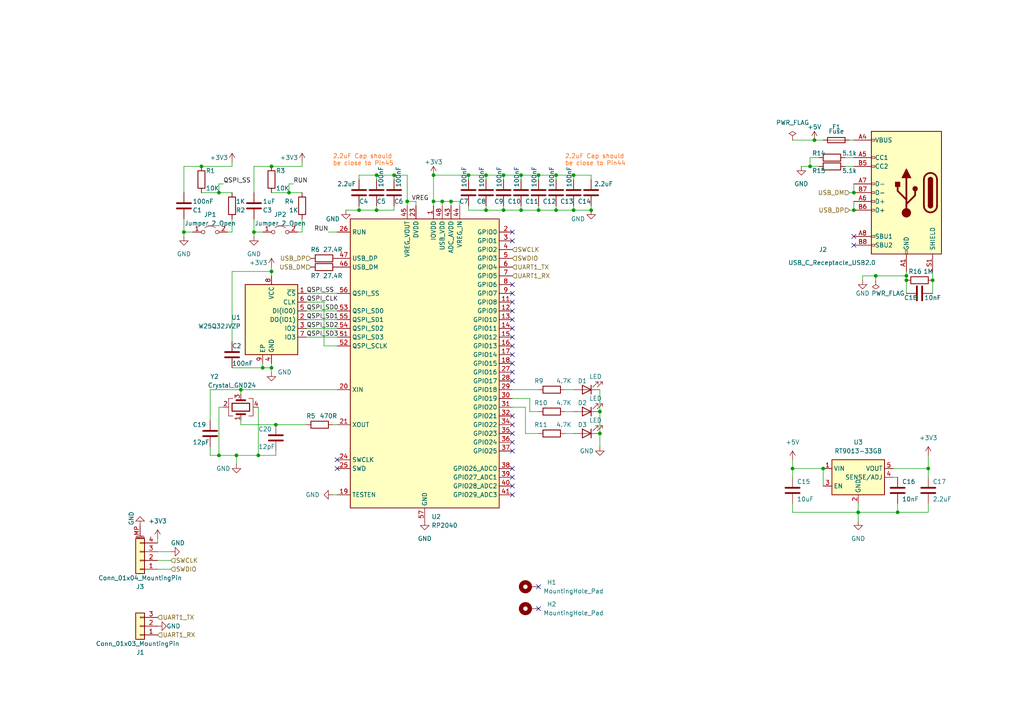
<source format=kicad_sch>
(kicad_sch (version 20230121) (generator eeschema)
  (paper "A4")
  (lib_symbols
    (symbol "Connector:USB_C_Receptacle_USB2.0" (pin_names (offset 1.016))
      (property "Reference" "J" (at -10.16 19.05 0))
      (property "Value" "USB_C_Receptacle_USB2.0" (at 19.05 19.05 0))
      (symbol "USB_C_Receptacle_USB2.0_0_0"
        (rectangle (start -0.254 -17.78) (end 0.254 -16.764))
        (rectangle (start 10.16 -14.986) (end 9.144 -15.494))
        (rectangle (start 10.16 -12.446) (end 9.144 -12.954))
        (rectangle (start 10.16 -4.826) (end 9.144 -5.334))
        (rectangle (start 10.16 -2.286) (end 9.144 -2.794))
        (rectangle (start 10.16 0.254) (end 9.144 -0.254))
        (rectangle (start 10.16 2.794) (end 9.144 2.286))
        (rectangle (start 10.16 7.874) (end 9.144 7.366))
        (rectangle (start 10.16 10.414) (end 9.144 9.906))
        (rectangle (start 10.16 15.494) (end 9.144 14.986))
      )
      (symbol "USB_C_Receptacle_USB2.0_0_1"
        (rectangle (start -10.16 17.78) (end 10.16 -17.78) (stroke (width 0.254)) (fill (type background)))
        (arc (start -8.89 -3.81) (mid -6.985 -5.7067) (end -5.08 -3.81) (stroke (width 0.508)))
        (arc (start -7.62 -3.81) (mid -6.985 -4.4423) (end -6.35 -3.81) (stroke (width 0.254)))
        (arc (start -7.62 -3.81) (mid -6.985 -4.4423) (end -6.35 -3.81) (stroke (width 0.254)) (fill (type outline)))
        (rectangle (start -7.62 -3.81) (end -6.35 3.81) (stroke (width 0.254)) (fill (type outline)))
        (arc (start -6.35 3.81) (mid -6.985 4.4423) (end -7.62 3.81) (stroke (width 0.254)))
        (arc (start -6.35 3.81) (mid -6.985 4.4423) (end -7.62 3.81) (stroke (width 0.254)) (fill (type outline)))
        (arc (start -5.08 3.81) (mid -6.985 5.7067) (end -8.89 3.81) (stroke (width 0.508)))
        (circle (center -2.54 1.143) (radius 0.635) (stroke (width 0.254)) (fill (type outline)))
        (circle (center 0 -5.842) (radius 1.27) (fill (type outline)))
        (polyline (pts (xy -8.89 -3.81) (xy -8.89 3.81)) (stroke (width 0.508)))
        (polyline (pts (xy -5.08 3.81) (xy -5.08 -3.81)) (stroke (width 0.508)))
        (polyline (pts (xy 0 -5.842) (xy 0 4.318)) (stroke (width 0.508)))
        (polyline (pts (xy 0 -3.302) (xy -2.54 -0.762) (xy -2.54 0.508)) (stroke (width 0.508)))
        (polyline (pts (xy 0 -2.032) (xy 2.54 0.508) (xy 2.54 1.778)) (stroke (width 0.508)))
        (polyline (pts (xy -1.27 4.318) (xy 0 6.858) (xy 1.27 4.318) (xy -1.27 4.318)) (stroke (width 0.254)) (fill (type outline)))
        (rectangle (start 1.905 1.778) (end 3.175 3.048) (stroke (width 0.254)) (fill (type outline)))
      )
      (symbol "USB_C_Receptacle_USB2.0_1_1"
        (pin passive line (at 0 -22.86 90) (length 5.08) (name "GND") (number "A1"))
        (pin passive line (at 0 -22.86 90) (length 5.08) hide (name "GND") (number "A12"))
        (pin passive line (at 15.24 15.24 180) (length 5.08) (name "VBUS") (number "A4"))
        (pin bidirectional line (at 15.24 10.16 180) (length 5.08) (name "CC1") (number "A5"))
        (pin bidirectional line (at 15.24 -2.54 180) (length 5.08) (name "D+") (number "A6"))
        (pin bidirectional line (at 15.24 2.54 180) (length 5.08) (name "D-") (number "A7"))
        (pin bidirectional line (at 15.24 -12.7 180) (length 5.08) (name "SBU1") (number "A8"))
        (pin passive line (at 15.24 15.24 180) (length 5.08) hide (name "VBUS") (number "A9"))
        (pin passive line (at 0 -22.86 90) (length 5.08) hide (name "GND") (number "B1"))
        (pin passive line (at 0 -22.86 90) (length 5.08) hide (name "GND") (number "B12"))
        (pin passive line (at 15.24 15.24 180) (length 5.08) hide (name "VBUS") (number "B4"))
        (pin bidirectional line (at 15.24 7.62 180) (length 5.08) (name "CC2") (number "B5"))
        (pin bidirectional line (at 15.24 -5.08 180) (length 5.08) (name "D+") (number "B6"))
        (pin bidirectional line (at 15.24 0 180) (length 5.08) (name "D-") (number "B7"))
        (pin bidirectional line (at 15.24 -15.24 180) (length 5.08) (name "SBU2") (number "B8"))
        (pin passive line (at 15.24 15.24 180) (length 5.08) hide (name "VBUS") (number "B9"))
        (pin passive line (at -7.62 -22.86 90) (length 5.08) (name "SHIELD") (number "S1"))
      )
    )
    (symbol "Connector_Generic:Conn_01x03" (pin_names (offset 1.016) hide)
      (property "Reference" "J" (at 0 5.08 0))
      (property "Value" "Conn_01x03" (at 0 -5.08 0))
      (symbol "Conn_01x03_1_1"
        (rectangle (start -1.27 -2.413) (end 0 -2.667) (stroke (width 0.1524)))
        (rectangle (start -1.27 0.127) (end 0 -0.127) (stroke (width 0.1524)))
        (rectangle (start -1.27 2.667) (end 0 2.413) (stroke (width 0.1524)))
        (rectangle (start -1.27 3.81) (end 1.27 -3.81) (stroke (width 0.254)) (fill (type background)))
        (pin passive line (at -5.08 2.54 0) (length 3.81) (name "Pin_1") (number "1"))
        (pin passive line (at -5.08 0 0) (length 3.81) (name "Pin_2") (number "2"))
        (pin passive line (at -5.08 -2.54 0) (length 3.81) (name "Pin_3") (number "3"))
      )
    )
    (symbol "Connector_Generic_MountingPin:Conn_01x04_MountingPin" (pin_names (offset 1.016) hide)
      (property "Reference" "J" (at 0 5.08 0))
      (property "Value" "Conn_01x04_MountingPin" (at 1.27 -7.62 0))
      (symbol "Conn_01x04_MountingPin_1_1"
        (rectangle (start -1.27 -4.953) (end 0 -5.207) (stroke (width 0.1524)))
        (rectangle (start -1.27 -2.413) (end 0 -2.667) (stroke (width 0.1524)))
        (rectangle (start -1.27 0.127) (end 0 -0.127) (stroke (width 0.1524)))
        (rectangle (start -1.27 2.667) (end 0 2.413) (stroke (width 0.1524)))
        (rectangle (start -1.27 3.81) (end 1.27 -6.35) (stroke (width 0.254)) (fill (type background)))
        (polyline (pts (xy -1.016 -7.112) (xy 1.016 -7.112)) (stroke (width 0.1524)))
        (text "Mounting" (at 0 -6.731 0) (effects (font (size 0.381 0.381))))
        (pin passive line (at -5.08 2.54 0) (length 3.81) (name "Pin_1") (number "1"))
        (pin passive line (at -5.08 0 0) (length 3.81) (name "Pin_2") (number "2"))
        (pin passive line (at -5.08 -2.54 0) (length 3.81) (name "Pin_3") (number "3"))
        (pin passive line (at -5.08 -5.08 0) (length 3.81) (name "Pin_4") (number "4"))
        (pin passive line (at 0 -10.16 90) (length 3.048) (name "MountPin") (number "MP"))
      )
    )
    (symbol "Device:C" (pin_numbers hide) (pin_names (offset 0.254))
      (property "Reference" "C" (at 0.635 2.54 0))
      (property "Value" "C" (at 0.635 -2.54 0))
      (symbol "C_0_1"
        (polyline (pts (xy -2.032 -0.762) (xy 2.032 -0.762)) (stroke (width 0.508)))
        (polyline (pts (xy -2.032 0.762) (xy 2.032 0.762)) (stroke (width 0.508)))
      )
      (symbol "C_1_1"
        (pin passive line (at 0 3.81 270) (length 2.794) (name "~") (number "1"))
        (pin passive line (at 0 -3.81 90) (length 2.794) (name "~") (number "2"))
      )
    )
    (symbol "Device:Crystal_GND24" (pin_names (offset 1.016) hide)
      (property "Reference" "Y" (at 3.175 5.08 0))
      (property "Value" "Crystal_GND24" (at 3.175 3.175 0))
      (symbol "Crystal_GND24_0_1"
        (rectangle (start -1.143 2.54) (end 1.143 -2.54) (stroke (width 0.3048)))
        (polyline (pts (xy -2.54 0) (xy -2.032 0)))
        (polyline (pts (xy -2.032 -1.27) (xy -2.032 1.27)) (stroke (width 0.508)))
        (polyline (pts (xy 0 -3.81) (xy 0 -3.556)))
        (polyline (pts (xy 0 3.556) (xy 0 3.81)))
        (polyline (pts (xy 2.032 -1.27) (xy 2.032 1.27)) (stroke (width 0.508)))
        (polyline (pts (xy 2.032 0) (xy 2.54 0)))
        (polyline (pts (xy -2.54 -2.286) (xy -2.54 -3.556) (xy 2.54 -3.556) (xy 2.54 -2.286)))
        (polyline (pts (xy -2.54 2.286) (xy -2.54 3.556) (xy 2.54 3.556) (xy 2.54 2.286)))
      )
      (symbol "Crystal_GND24_1_1"
        (pin passive line (at -3.81 0 0) (length 1.27) (name "1") (number "1"))
        (pin passive line (at 0 5.08 270) (length 1.27) (name "2") (number "2"))
        (pin passive line (at 3.81 0 180) (length 1.27) (name "3") (number "3"))
        (pin passive line (at 0 -5.08 90) (length 1.27) (name "4") (number "4"))
      )
    )
    (symbol "Device:Fuse" (pin_numbers hide) (pin_names (offset 0))
      (property "Reference" "F" (at 2.032 0 90))
      (property "Value" "Fuse" (at -1.905 0 90))
      (symbol "Fuse_0_1"
        (rectangle (start -0.762 -2.54) (end 0.762 2.54) (stroke (width 0.254)))
        (polyline (pts (xy 0 2.54) (xy 0 -2.54)))
      )
      (symbol "Fuse_1_1"
        (pin passive line (at 0 3.81 270) (length 1.27) (name "~") (number "1"))
        (pin passive line (at 0 -3.81 90) (length 1.27) (name "~") (number "2"))
      )
    )
    (symbol "Device:LED" (pin_numbers hide) (pin_names (offset 1.016) hide)
      (property "Reference" "D" (at 0 2.54 0))
      (property "Value" "LED" (at 0 -2.54 0))
      (symbol "LED_0_1"
        (polyline (pts (xy -1.27 -1.27) (xy -1.27 1.27)) (stroke (width 0.254)))
        (polyline (pts (xy -1.27 0) (xy 1.27 0)))
        (polyline (pts (xy 1.27 -1.27) (xy 1.27 1.27) (xy -1.27 0) (xy 1.27 -1.27)) (stroke (width 0.254)))
        (polyline (pts (xy -3.048 -0.762) (xy -4.572 -2.286) (xy -3.81 -2.286) (xy -4.572 -2.286) (xy -4.572 -1.524)))
        (polyline (pts (xy -1.778 -0.762) (xy -3.302 -2.286) (xy -2.54 -2.286) (xy -3.302 -2.286) (xy -3.302 -1.524)))
      )
      (symbol "LED_1_1"
        (pin passive line (at -3.81 0 0) (length 2.54) (name "K") (number "1"))
        (pin passive line (at 3.81 0 180) (length 2.54) (name "A") (number "2"))
      )
    )
    (symbol "Device:R" (pin_numbers hide) (pin_names (offset 0))
      (property "Reference" "R" (at 2.032 0 90))
      (property "Value" "R" (at 0 0 90))
      (symbol "R_0_1"
        (rectangle (start -1.016 -2.54) (end 1.016 2.54) (stroke (width 0.254)))
      )
      (symbol "R_1_1"
        (pin passive line (at 0 3.81 270) (length 1.27) (name "~") (number "1"))
        (pin passive line (at 0 -3.81 90) (length 1.27) (name "~") (number "2"))
      )
    )
    (symbol "Jumper:Jumper_2_Open" (pin_names (offset 0) hide)
      (property "Reference" "JP" (at 0 2.794 0))
      (property "Value" "Jumper_2_Open" (at 0 -2.286 0))
      (symbol "Jumper_2_Open_0_0"
        (circle (center -2.032 0) (radius 0.508))
        (circle (center 2.032 0) (radius 0.508))
      )
      (symbol "Jumper_2_Open_0_1"
        (arc (start 1.524 1.27) (mid 0 1.778) (end -1.524 1.27))
      )
      (symbol "Jumper_2_Open_1_1"
        (pin passive line (at -5.08 0 0) (length 2.54) (name "A") (number "1"))
        (pin passive line (at 5.08 0 180) (length 2.54) (name "B") (number "2"))
      )
    )
    (symbol "MCU_RaspberryPi:RP2040"
      (property "Reference" "U" (at 17.78 45.72 0))
      (property "Value" "RP2040" (at 17.78 43.18 0))
      (symbol "RP2040_0_1"
        (rectangle (start -21.59 41.91) (end 21.59 -41.91) (stroke (width 0.254)) (fill (type background)))
      )
      (symbol "RP2040_1_1"
        (pin power_in line (at 2.54 45.72 270) (length 3.81) (name "IOVDD") (number "1"))
        (pin passive line (at 2.54 45.72 270) (length 3.81) hide (name "IOVDD") (number "10"))
        (pin bidirectional line (at 25.4 17.78 180) (length 3.81) (name "GPIO8") (number "11"))
        (pin bidirectional line (at 25.4 15.24 180) (length 3.81) (name "GPIO9") (number "12"))
        (pin bidirectional line (at 25.4 12.7 180) (length 3.81) (name "GPIO10") (number "13"))
        (pin bidirectional line (at 25.4 10.16 180) (length 3.81) (name "GPIO11") (number "14"))
        (pin bidirectional line (at 25.4 7.62 180) (length 3.81) (name "GPIO12") (number "15"))
        (pin bidirectional line (at 25.4 5.08 180) (length 3.81) (name "GPIO13") (number "16"))
        (pin bidirectional line (at 25.4 2.54 180) (length 3.81) (name "GPIO14") (number "17"))
        (pin bidirectional line (at 25.4 0 180) (length 3.81) (name "GPIO15") (number "18"))
        (pin input line (at -25.4 -38.1 0) (length 3.81) (name "TESTEN") (number "19"))
        (pin bidirectional line (at 25.4 38.1 180) (length 3.81) (name "GPIO0") (number "2"))
        (pin input line (at -25.4 -7.62 0) (length 3.81) (name "XIN") (number "20"))
        (pin passive line (at -25.4 -17.78 0) (length 3.81) (name "XOUT") (number "21"))
        (pin passive line (at 2.54 45.72 270) (length 3.81) hide (name "IOVDD") (number "22"))
        (pin power_in line (at -2.54 45.72 270) (length 3.81) (name "DVDD") (number "23"))
        (pin output line (at -25.4 -27.94 0) (length 3.81) (name "SWCLK") (number "24"))
        (pin bidirectional line (at -25.4 -30.48 0) (length 3.81) (name "SWD") (number "25"))
        (pin input line (at -25.4 38.1 0) (length 3.81) (name "RUN") (number "26"))
        (pin bidirectional line (at 25.4 -2.54 180) (length 3.81) (name "GPIO16") (number "27"))
        (pin bidirectional line (at 25.4 -5.08 180) (length 3.81) (name "GPIO17") (number "28"))
        (pin bidirectional line (at 25.4 -7.62 180) (length 3.81) (name "GPIO18") (number "29"))
        (pin bidirectional line (at 25.4 35.56 180) (length 3.81) (name "GPIO1") (number "3"))
        (pin bidirectional line (at 25.4 -10.16 180) (length 3.81) (name "GPIO19") (number "30"))
        (pin bidirectional line (at 25.4 -12.7 180) (length 3.81) (name "GPIO20") (number "31"))
        (pin bidirectional line (at 25.4 -15.24 180) (length 3.81) (name "GPIO21") (number "32"))
        (pin passive line (at 2.54 45.72 270) (length 3.81) hide (name "IOVDD") (number "33"))
        (pin bidirectional line (at 25.4 -17.78 180) (length 3.81) (name "GPIO22") (number "34"))
        (pin bidirectional line (at 25.4 -20.32 180) (length 3.81) (name "GPIO23") (number "35"))
        (pin bidirectional line (at 25.4 -22.86 180) (length 3.81) (name "GPIO24") (number "36"))
        (pin bidirectional line (at 25.4 -25.4 180) (length 3.81) (name "GPIO25") (number "37"))
        (pin bidirectional line (at 25.4 -30.48 180) (length 3.81) (name "GPIO26_ADC0") (number "38"))
        (pin bidirectional line (at 25.4 -33.02 180) (length 3.81) (name "GPIO27_ADC1") (number "39"))
        (pin bidirectional line (at 25.4 33.02 180) (length 3.81) (name "GPIO2") (number "4"))
        (pin bidirectional line (at 25.4 -35.56 180) (length 3.81) (name "GPIO28_ADC2") (number "40"))
        (pin bidirectional line (at 25.4 -38.1 180) (length 3.81) (name "GPIO29_ADC3") (number "41"))
        (pin passive line (at 2.54 45.72 270) (length 3.81) hide (name "IOVDD") (number "42"))
        (pin power_in line (at 7.62 45.72 270) (length 3.81) (name "ADC_AVDD") (number "43"))
        (pin power_in line (at 10.16 45.72 270) (length 3.81) (name "VREG_IN") (number "44"))
        (pin power_out line (at -5.08 45.72 270) (length 3.81) (name "VREG_VOUT") (number "45"))
        (pin bidirectional line (at -25.4 27.94 0) (length 3.81) (name "USB_DM") (number "46"))
        (pin bidirectional line (at -25.4 30.48 0) (length 3.81) (name "USB_DP") (number "47"))
        (pin power_in line (at 5.08 45.72 270) (length 3.81) (name "USB_VDD") (number "48"))
        (pin passive line (at 2.54 45.72 270) (length 3.81) hide (name "IOVDD") (number "49"))
        (pin bidirectional line (at 25.4 30.48 180) (length 3.81) (name "GPIO3") (number "5"))
        (pin passive line (at -2.54 45.72 270) (length 3.81) hide (name "DVDD") (number "50"))
        (pin bidirectional line (at -25.4 7.62 0) (length 3.81) (name "QSPI_SD3") (number "51"))
        (pin output line (at -25.4 5.08 0) (length 3.81) (name "QSPI_SCLK") (number "52"))
        (pin bidirectional line (at -25.4 15.24 0) (length 3.81) (name "QSPI_SD0") (number "53"))
        (pin bidirectional line (at -25.4 10.16 0) (length 3.81) (name "QSPI_SD2") (number "54"))
        (pin bidirectional line (at -25.4 12.7 0) (length 3.81) (name "QSPI_SD1") (number "55"))
        (pin bidirectional line (at -25.4 20.32 0) (length 3.81) (name "QSPI_SS") (number "56"))
        (pin power_in line (at 0 -45.72 90) (length 3.81) (name "GND") (number "57"))
        (pin bidirectional line (at 25.4 27.94 180) (length 3.81) (name "GPIO4") (number "6"))
        (pin bidirectional line (at 25.4 25.4 180) (length 3.81) (name "GPIO5") (number "7"))
        (pin bidirectional line (at 25.4 22.86 180) (length 3.81) (name "GPIO6") (number "8"))
        (pin bidirectional line (at 25.4 20.32 180) (length 3.81) (name "GPIO7") (number "9"))
      )
    )
    (symbol "Mechanical:MountingHole_Pad" (pin_numbers hide) (pin_names (offset 1.016) hide)
      (property "Reference" "H" (at 0 6.35 0))
      (property "Value" "MountingHole_Pad" (at 0 4.445 0))
      (symbol "MountingHole_Pad_0_1"
        (circle (center 0 1.27) (radius 1.27) (stroke (width 1.27)))
      )
      (symbol "MountingHole_Pad_1_1"
        (pin input line (at 0 -2.54 90) (length 2.54) (name "1") (number "1"))
      )
    )
    (symbol "Memory_Flash:W25Q32JVZP"
      (property "Reference" "U" (at -6.35 11.43 0))
      (property "Value" "W25Q32JVZP" (at 7.62 11.43 0))
      (symbol "W25Q32JVZP_0_1"
        (rectangle (start -7.62 10.16) (end 7.62 -10.16) (stroke (width 0.254)) (fill (type background)))
      )
      (symbol "W25Q32JVZP_1_1"
        (pin input line (at -10.16 7.62 0) (length 2.54) (name "~{CS}") (number "1"))
        (pin bidirectional line (at -10.16 0 0) (length 2.54) (name "DO(IO1)") (number "2"))
        (pin bidirectional line (at -10.16 -2.54 0) (length 2.54) (name "IO2") (number "3"))
        (pin power_in line (at 0 -12.7 90) (length 2.54) (name "GND") (number "4"))
        (pin bidirectional line (at -10.16 2.54 0) (length 2.54) (name "DI(IO0)") (number "5"))
        (pin input line (at -10.16 5.08 0) (length 2.54) (name "CLK") (number "6"))
        (pin bidirectional line (at -10.16 -5.08 0) (length 2.54) (name "IO3") (number "7"))
        (pin power_in line (at 0 12.7 270) (length 2.54) (name "VCC") (number "8"))
        (pin passive line (at 2.54 -12.7 90) (length 2.54) (name "EP") (number "9"))
      )
    )
    (symbol "Regulator_Linear:ADP7142AUJZ-3.3"
      (property "Reference" "U" (at 0 8.89 0))
      (property "Value" "ADP7142AUJZ-3.3" (at 0 6.35 0))
      (symbol "ADP7142AUJZ-3.3_0_1"
        (rectangle (start -7.62 5.08) (end 7.62 -5.08) (stroke (width 0.254)) (fill (type background)))
      )
      (symbol "ADP7142AUJZ-3.3_1_1"
        (pin power_in line (at -10.16 2.54 0) (length 2.54) (name "VIN") (number "1"))
        (pin power_in line (at 0 -7.62 90) (length 2.54) (name "GND") (number "2"))
        (pin input line (at -10.16 -2.54 0) (length 2.54) (name "EN") (number "3"))
        (pin input line (at 10.16 0 180) (length 2.54) (name "SENSE/ADJ") (number "4"))
        (pin power_out line (at 10.16 2.54 180) (length 2.54) (name "VOUT") (number "5"))
      )
    )
    (symbol "power:+3V3" (power) (pin_names (offset 0))
      (property "Value" "+3V3" (at 0 3.556 0))
      (symbol "+3V3_0_1"
        (polyline (pts (xy -0.762 1.27) (xy 0 2.54)))
        (polyline (pts (xy 0 0) (xy 0 2.54)))
        (polyline (pts (xy 0 2.54) (xy 0.762 1.27)))
      )
      (symbol "+3V3_1_1"
        (pin power_in line (at 0 0 90) (length 0) hide (name "+3V3") (number "1"))
      )
    )
    (symbol "power:+5V" (power) (pin_names (offset 0))
      (property "Value" "+5V" (at 0 3.556 0))
      (symbol "+5V_0_1"
        (polyline (pts (xy -0.762 1.27) (xy 0 2.54)))
        (polyline (pts (xy 0 0) (xy 0 2.54)))
        (polyline (pts (xy 0 2.54) (xy 0.762 1.27)))
      )
      (symbol "+5V_1_1"
        (pin power_in line (at 0 0 90) (length 0) hide (name "+5V") (number "1"))
      )
    )
    (symbol "power:GND" (power) (pin_names (offset 0))
      (property "Value" "GND" (at 0 -3.81 0))
      (symbol "GND_0_1"
        (polyline (pts (xy 0 0) (xy 0 -1.27) (xy 1.27 -1.27) (xy 0 -2.54) (xy -1.27 -1.27) (xy 0 -1.27)))
      )
      (symbol "GND_1_1"
        (pin power_in line (at 0 0 270) (length 0) hide (name "GND") (number "1"))
      )
    )
    (symbol "power:PWR_FLAG" (power) (pin_numbers hide) (pin_names (offset 0) hide)
      (property "Value" "PWR_FLAG" (at 0 3.81 0))
      (symbol "PWR_FLAG_0_0"
        (pin power_out line (at 0 0 90) (length 0) (name "pwr") (number "1"))
      )
      (symbol "PWR_FLAG_0_1"
        (polyline (pts (xy 0 0) (xy 0 1.27) (xy -1.016 1.905) (xy 0 2.54) (xy 1.016 1.905) (xy 0 1.27)))
      )
    )
  )
  (junction (at 78.74 106.68))
  (junction (at 109.22 50.8))
  (junction (at 173.99 119.38))
  (junction (at 260.35 148.59))
  (junction (at 74.93 132.08))
  (junction (at 166.37 60.96))
  (junction (at 254 80.01))
  (junction (at 114.3 50.8))
  (junction (at 173.99 125.73))
  (junction (at 73.66 67.31))
  (junction (at 128.27 58.42))
  (junction (at 83.82 55.88))
  (junction (at 236.22 40.64))
  (junction (at 125.73 58.42))
  (junction (at 58.42 48.26))
  (junction (at 140.97 60.96))
  (junction (at 146.05 50.8))
  (junction (at 270.51 81.28))
  (junction (at 262.89 81.28))
  (junction (at 118.11 58.42))
  (junction (at 63.5 55.88))
  (junction (at 146.05 60.96))
  (junction (at 80.01 123.19))
  (junction (at 78.74 78.74))
  (junction (at 53.34 67.31))
  (junction (at 63.5 132.08))
  (junction (at 130.81 58.42))
  (junction (at 247.65 55.88))
  (junction (at 262.89 80.01))
  (junction (at 151.13 50.8))
  (junction (at 171.45 60.96))
  (junction (at 269.24 135.89))
  (junction (at 78.74 48.26))
  (junction (at 161.29 60.96))
  (junction (at 135.89 50.8))
  (junction (at 161.29 50.8))
  (junction (at 156.21 60.96))
  (junction (at 151.13 60.96))
  (junction (at 238.76 135.89))
  (junction (at 229.87 135.89))
  (junction (at 69.85 113.03))
  (junction (at 104.14 60.96))
  (junction (at 248.92 148.59))
  (junction (at 109.22 60.96))
  (junction (at 247.65 60.96))
  (junction (at 68.58 132.08))
  (junction (at 140.97 50.8))
  (junction (at 125.73 50.8))
  (junction (at 166.37 50.8))
  (junction (at 76.2 106.68))
  (junction (at 234.95 48.26))
  (junction (at 156.21 50.8))
  (no_connect (at 148.59 100.33))
  (no_connect (at 148.59 135.89))
  (no_connect (at 148.59 130.81))
  (no_connect (at 148.59 110.49))
  (no_connect (at 247.65 68.58))
  (no_connect (at 148.59 138.43))
  (no_connect (at 148.59 125.73))
  (no_connect (at 148.59 69.85))
  (no_connect (at 148.59 97.79))
  (no_connect (at 247.65 71.12))
  (no_connect (at 148.59 102.87))
  (no_connect (at 97.79 135.89))
  (no_connect (at 148.59 107.95))
  (no_connect (at 156.21 176.53))
  (no_connect (at 156.21 170.18))
  (no_connect (at 148.59 82.55))
  (no_connect (at 148.59 105.41))
  (no_connect (at 148.59 140.97))
  (no_connect (at 97.79 133.35))
  (no_connect (at 148.59 87.63))
  (no_connect (at 148.59 67.31))
  (no_connect (at 148.59 90.17))
  (no_connect (at 148.59 123.19))
  (no_connect (at 148.59 92.71))
  (no_connect (at 148.59 120.65))
  (no_connect (at 148.59 128.27))
  (no_connect (at 148.59 143.51))
  (no_connect (at 148.59 85.09))
  (no_connect (at 148.59 95.25))
  (wire (pts (xy 58.42 55.88) (xy 63.5 55.88)))
  (wire (pts (xy 148.59 113.03) (xy 156.21 113.03)))
  (wire (pts (xy 67.31 78.74) (xy 78.74 78.74)))
  (wire (pts (xy 69.85 113.03) (xy 97.79 113.03)))
  (wire (pts (xy 74.93 132.08) (xy 80.01 132.08)))
  (wire (pts (xy 73.66 63.5) (xy 73.66 67.31)))
  (wire (pts (xy 269.24 135.89) (xy 269.24 138.43)))
  (wire (pts (xy 73.66 55.88) (xy 73.66 48.26)))
  (wire (pts (xy 69.85 123.19) (xy 80.01 123.19)))
  (wire (pts (xy 74.93 118.11) (xy 74.93 132.08)))
  (wire (pts (xy 229.87 148.59) (xy 248.92 148.59)))
  (wire (pts (xy 229.87 138.43) (xy 229.87 135.89)))
  (wire (pts (xy 248.92 151.13) (xy 248.92 148.59)))
  (wire (pts (xy 156.21 59.69) (xy 156.21 60.96)))
  (wire (pts (xy 45.72 156.21) (xy 45.72 157.48)))
  (wire (pts (xy 58.42 48.26) (xy 67.31 48.26)))
  (wire (pts (xy 262.89 80.01) (xy 262.89 81.28)))
  (wire (pts (xy 49.53 160.02) (xy 45.72 160.02)))
  (wire (pts (xy 93.98 100.33) (xy 97.79 100.33)))
  (wire (pts (xy 73.66 48.26) (xy 78.74 48.26)))
  (wire (pts (xy 114.3 50.8) (xy 114.3 52.07)))
  (wire (pts (xy 262.89 78.74) (xy 262.89 80.01)))
  (wire (pts (xy 60.96 121.92) (xy 60.96 113.03)))
  (wire (pts (xy 161.29 59.69) (xy 161.29 60.96)))
  (wire (pts (xy 114.3 50.8) (xy 118.11 50.8)))
  (wire (pts (xy 93.98 87.63) (xy 93.98 100.33)))
  (wire (pts (xy 76.2 67.31) (xy 73.66 67.31)))
  (wire (pts (xy 95.25 67.31) (xy 97.79 67.31)))
  (wire (pts (xy 166.37 50.8) (xy 161.29 50.8)))
  (wire (pts (xy 63.5 55.88) (xy 67.31 55.88)))
  (wire (pts (xy 88.9 85.09) (xy 97.79 85.09)))
  (wire (pts (xy 269.24 132.08) (xy 269.24 135.89)))
  (wire (pts (xy 148.59 115.57) (xy 153.67 115.57)))
  (wire (pts (xy 254 80.01) (xy 250.19 80.01)))
  (wire (pts (xy 69.85 114.3) (xy 69.85 113.03)))
  (wire (pts (xy 73.66 67.31) (xy 73.66 68.58)))
  (wire (pts (xy 237.49 45.72) (xy 234.95 45.72)))
  (wire (pts (xy 125.73 58.42) (xy 125.73 59.69)))
  (wire (pts (xy 173.99 119.38) (xy 173.99 125.73)))
  (wire (pts (xy 171.45 52.07) (xy 171.45 50.8)))
  (wire (pts (xy 67.31 46.99) (xy 67.31 48.26)))
  (wire (pts (xy 146.05 50.8) (xy 146.05 52.07)))
  (wire (pts (xy 146.05 60.96) (xy 151.13 60.96)))
  (wire (pts (xy 238.76 135.89) (xy 238.76 140.97)))
  (wire (pts (xy 109.22 59.69) (xy 109.22 60.96)))
  (wire (pts (xy 130.81 58.42) (xy 128.27 58.42)))
  (wire (pts (xy 135.89 50.8) (xy 135.89 52.07)))
  (wire (pts (xy 78.74 78.74) (xy 78.74 80.01)))
  (wire (pts (xy 133.35 58.42) (xy 133.35 59.69)))
  (wire (pts (xy 67.31 67.31) (xy 66.04 67.31)))
  (wire (pts (xy 78.74 77.47) (xy 78.74 78.74)))
  (wire (pts (xy 151.13 50.8) (xy 156.21 50.8)))
  (wire (pts (xy 60.96 132.08) (xy 63.5 132.08)))
  (wire (pts (xy 53.34 63.5) (xy 53.34 67.31)))
  (wire (pts (xy 229.87 40.64) (xy 236.22 40.64)))
  (wire (pts (xy 78.74 55.88) (xy 83.82 55.88)))
  (wire (pts (xy 128.27 58.42) (xy 128.27 59.69)))
  (wire (pts (xy 88.9 97.79) (xy 97.79 97.79)))
  (wire (pts (xy 262.89 80.01) (xy 254 80.01)))
  (wire (pts (xy 262.89 81.28) (xy 262.89 85.09)))
  (wire (pts (xy 63.5 53.34) (xy 63.5 55.88)))
  (wire (pts (xy 234.95 48.26) (xy 237.49 48.26)))
  (wire (pts (xy 260.35 148.59) (xy 269.24 148.59)))
  (wire (pts (xy 232.41 48.26) (xy 234.95 48.26)))
  (wire (pts (xy 135.89 60.96) (xy 135.89 59.69)))
  (wire (pts (xy 152.4 118.11) (xy 148.59 118.11)))
  (wire (pts (xy 156.21 50.8) (xy 156.21 52.07)))
  (wire (pts (xy 163.83 125.73) (xy 166.37 125.73)))
  (wire (pts (xy 80.01 123.19) (xy 88.9 123.19)))
  (wire (pts (xy 163.83 113.03) (xy 166.37 113.03)))
  (wire (pts (xy 166.37 60.96) (xy 161.29 60.96)))
  (wire (pts (xy 96.52 123.19) (xy 97.79 123.19)))
  (wire (pts (xy 55.88 67.31) (xy 53.34 67.31)))
  (wire (pts (xy 104.14 50.8) (xy 109.22 50.8)))
  (wire (pts (xy 140.97 60.96) (xy 140.97 59.69)))
  (wire (pts (xy 166.37 52.07) (xy 166.37 50.8)))
  (wire (pts (xy 250.19 80.01) (xy 250.19 81.28)))
  (wire (pts (xy 146.05 50.8) (xy 151.13 50.8)))
  (wire (pts (xy 270.51 81.28) (xy 270.51 85.09)))
  (wire (pts (xy 78.74 107.95) (xy 78.74 106.68)))
  (wire (pts (xy 246.38 55.88) (xy 247.65 55.88)))
  (wire (pts (xy 133.35 58.42) (xy 130.81 58.42)))
  (wire (pts (xy 163.83 119.38) (xy 166.37 119.38)))
  (wire (pts (xy 53.34 55.88) (xy 53.34 48.26)))
  (wire (pts (xy 88.9 95.25) (xy 97.79 95.25)))
  (wire (pts (xy 64.77 53.34) (xy 63.5 53.34)))
  (wire (pts (xy 229.87 146.05) (xy 229.87 148.59)))
  (wire (pts (xy 87.63 46.99) (xy 87.63 48.26)))
  (wire (pts (xy 88.9 90.17) (xy 97.79 90.17)))
  (wire (pts (xy 269.24 146.05) (xy 269.24 148.59)))
  (wire (pts (xy 85.09 53.34) (xy 83.82 53.34)))
  (wire (pts (xy 109.22 50.8) (xy 114.3 50.8)))
  (wire (pts (xy 120.65 59.69) (xy 120.65 58.42)))
  (wire (pts (xy 128.27 58.42) (xy 125.73 58.42)))
  (wire (pts (xy 76.2 106.68) (xy 78.74 106.68)))
  (wire (pts (xy 104.14 52.07) (xy 104.14 50.8)))
  (wire (pts (xy 254 81.28) (xy 254 80.01)))
  (wire (pts (xy 151.13 60.96) (xy 156.21 60.96)))
  (wire (pts (xy 49.53 162.56) (xy 45.72 162.56)))
  (wire (pts (xy 53.34 67.31) (xy 53.34 68.58)))
  (wire (pts (xy 87.63 63.5) (xy 87.63 67.31)))
  (wire (pts (xy 156.21 50.8) (xy 161.29 50.8)))
  (wire (pts (xy 151.13 59.69) (xy 151.13 60.96)))
  (wire (pts (xy 87.63 67.31) (xy 86.36 67.31)))
  (wire (pts (xy 69.85 121.92) (xy 69.85 123.19)))
  (wire (pts (xy 245.11 48.26) (xy 247.65 48.26)))
  (wire (pts (xy 152.4 125.73) (xy 152.4 118.11)))
  (wire (pts (xy 166.37 59.69) (xy 166.37 60.96)))
  (wire (pts (xy 78.74 48.26) (xy 87.63 48.26)))
  (wire (pts (xy 114.3 60.96) (xy 114.3 59.69)))
  (wire (pts (xy 53.34 48.26) (xy 58.42 48.26)))
  (wire (pts (xy 125.73 50.8) (xy 125.73 58.42)))
  (wire (pts (xy 120.65 58.42) (xy 118.11 58.42)))
  (wire (pts (xy 67.31 106.68) (xy 76.2 106.68)))
  (wire (pts (xy 140.97 50.8) (xy 146.05 50.8)))
  (wire (pts (xy 76.2 105.41) (xy 76.2 106.68)))
  (wire (pts (xy 236.22 40.64) (xy 238.76 40.64)))
  (wire (pts (xy 78.74 106.68) (xy 78.74 105.41)))
  (wire (pts (xy 135.89 60.96) (xy 140.97 60.96)))
  (wire (pts (xy 153.67 115.57) (xy 153.67 119.38)))
  (wire (pts (xy 63.5 132.08) (xy 68.58 132.08)))
  (wire (pts (xy 140.97 50.8) (xy 140.97 52.07)))
  (wire (pts (xy 246.38 60.96) (xy 247.65 60.96)))
  (wire (pts (xy 49.53 165.1) (xy 45.72 165.1)))
  (wire (pts (xy 146.05 59.69) (xy 146.05 60.96)))
  (wire (pts (xy 173.99 113.03) (xy 173.99 119.38)))
  (wire (pts (xy 104.14 59.69) (xy 104.14 60.96)))
  (wire (pts (xy 259.08 135.89) (xy 269.24 135.89)))
  (wire (pts (xy 229.87 135.89) (xy 238.76 135.89)))
  (wire (pts (xy 171.45 50.8) (xy 166.37 50.8)))
  (wire (pts (xy 247.65 60.96) (xy 247.65 58.42)))
  (wire (pts (xy 88.9 92.71) (xy 97.79 92.71)))
  (wire (pts (xy 80.01 130.81) (xy 80.01 132.08)))
  (wire (pts (xy 118.11 50.8) (xy 118.11 58.42)))
  (wire (pts (xy 60.96 113.03) (xy 69.85 113.03)))
  (wire (pts (xy 74.93 132.08) (xy 68.58 132.08)))
  (wire (pts (xy 173.99 125.73) (xy 173.99 129.54)))
  (wire (pts (xy 245.11 45.72) (xy 247.65 45.72)))
  (wire (pts (xy 130.81 58.42) (xy 130.81 59.69)))
  (wire (pts (xy 229.87 133.35) (xy 229.87 135.89)))
  (wire (pts (xy 156.21 60.96) (xy 161.29 60.96)))
  (wire (pts (xy 260.35 146.05) (xy 260.35 148.59)))
  (wire (pts (xy 156.21 125.73) (xy 152.4 125.73)))
  (wire (pts (xy 109.22 60.96) (xy 114.3 60.96)))
  (wire (pts (xy 153.67 119.38) (xy 156.21 119.38)))
  (wire (pts (xy 140.97 60.96) (xy 146.05 60.96)))
  (wire (pts (xy 104.14 60.96) (xy 109.22 60.96)))
  (wire (pts (xy 67.31 99.06) (xy 67.31 78.74)))
  (wire (pts (xy 161.29 52.07) (xy 161.29 50.8)))
  (wire (pts (xy 248.92 148.59) (xy 248.92 146.05)))
  (wire (pts (xy 68.58 134.62) (xy 68.58 132.08)))
  (wire (pts (xy 270.51 78.74) (xy 270.51 81.28)))
  (wire (pts (xy 171.45 60.96) (xy 166.37 60.96)))
  (wire (pts (xy 83.82 53.34) (xy 83.82 55.88)))
  (wire (pts (xy 125.73 50.8) (xy 135.89 50.8)))
  (wire (pts (xy 64.77 118.11) (xy 63.5 118.11)))
  (wire (pts (xy 83.82 55.88) (xy 87.63 55.88)))
  (wire (pts (xy 96.52 143.51) (xy 97.79 143.51)))
  (wire (pts (xy 247.65 55.88) (xy 247.65 53.34)))
  (wire (pts (xy 109.22 50.8) (xy 109.22 52.07)))
  (wire (pts (xy 259.08 138.43) (xy 260.35 138.43)))
  (wire (pts (xy 67.31 63.5) (xy 67.31 67.31)))
  (wire (pts (xy 151.13 50.8) (xy 151.13 52.07)))
  (wire (pts (xy 135.89 50.8) (xy 140.97 50.8)))
  (wire (pts (xy 246.38 40.64) (xy 247.65 40.64)))
  (wire (pts (xy 118.11 58.42) (xy 118.11 59.69)))
  (wire (pts (xy 63.5 118.11) (xy 63.5 132.08)))
  (wire (pts (xy 88.9 87.63) (xy 93.98 87.63)))
  (wire (pts (xy 234.95 45.72) (xy 234.95 48.26)))
  (wire (pts (xy 100.33 60.96) (xy 104.14 60.96)))
  (wire (pts (xy 60.96 129.54) (xy 60.96 132.08)))
  (wire (pts (xy 171.45 59.69) (xy 171.45 60.96)))
  (wire (pts (xy 260.35 148.59) (xy 248.92 148.59)))
  (text "2.2uF Cap should \nbe close to Pin45" (at 96.52 48.26 0) (effects (font (size 1.27 1.27)) (justify left bottom)))
  (text "2.2uF Cap should \nbe close to Pin44" (at 163.83 48.26 0) (effects (font (size 1.27 1.27)) (justify left bottom)))
  (label "QSPI_SD0" (at 88.9 90.17 0))
  (label "QSPI_SS" (at 88.9 85.09 0))
  (label "QSPI_SD2" (at 88.9 95.25 0))
  (label "RUN" (at 85.09 53.34 0))
  (label "VREG" (at 119.38 58.42 0))
  (label "QSPI_SS" (at 64.77 53.34 0))
  (label "RUN" (at 95.25 67.31 180))
  (label "QSPI_SD1" (at 88.9 92.71 0))
  (label "QSPI_CLK" (at 88.9 87.63 0))
  (label "QSPI_SD3" (at 88.9 97.79 0))
  (hierarchical_label "USB_DP" (shape input) (at 90.17 74.93 180))
  (hierarchical_label "USB_DM" (shape input) (at 246.38 55.88 180))
  (hierarchical_label "SWCLK" (shape input) (at 148.59 72.39 0))
  (hierarchical_label "UART1_TX" (shape input) (at 45.72 179.07 0))
  (hierarchical_label "SWDIO" (shape input) (at 148.59 74.93 0))
  (hierarchical_label "SWCLK" (shape input) (at 49.53 162.56 0))
  (hierarchical_label "USB_DP" (shape input) (at 246.38 60.96 180))
  (hierarchical_label "UART1_RX" (shape input) (at 45.72 184.15 0))
  (hierarchical_label "USB_DM" (shape input) (at 90.17 77.47 180))
  (hierarchical_label "SWDIO" (shape input) (at 49.53 165.1 0))
  (hierarchical_label "UART1_RX" (shape input) (at 148.59 80.01 0))
  (hierarchical_label "UART1_TX" (shape input) (at 148.59 77.47 0))
  (symbol (lib_id "Device:C") (at 229.87 142.24 0) (unit 1)
    (property "Reference" "C15" (at 231.14 139.7 0) (effects (justify left)))
    (property "Value" "10uF" (at 231.14 144.78 0) (effects (justify left)))
    (property "Footprint" "Capacitor_SMD:C_1206_3216Metric" (effects hide))
  )
  (symbol (lib_id "power:GND") (at 250.19 81.28 0) (unit 1)
    (property "Reference" "#PWR021" (effects hide))
    (property "Value" "GND" (at 250.19 85.09 0))
  )
  (symbol (lib_id "Mechanical:MountingHole_Pad") (at 153.67 176.53 90) (unit 1)
    (property "Reference" "H2" (at 160.02 175.26 90))
    (property "Value" "MountingHole_Pad" (at 166.37 177.8 90))
    (property "Footprint" "MountingHole:MountingHole_2.2mm_M2_Pad_Via" (effects hide))
  )
  (symbol (lib_id "Device:C") (at 114.3 55.88 0) (mirror x) (unit 1)
    (property "Reference" "C6" (at 114.3 58.42 0) (effects (justify left)))
    (property "Value" "100nF" (at 115.57 48.26 90) (effects (justify left)))
    (property "Footprint" "Capacitor_SMD:C_0603_1608Metric" (effects hide))
  )
  (symbol (lib_id "Jumper:Jumper_2_Open") (at 81.28 67.31 0) (unit 1)
    (property "Reference" "JP2" (at 81.28 62.23 0))
    (property "Value" "Jumper_2_Open" (at 81.28 64.77 0))
    (property "Footprint" "TestPoint:TestPoint_2Pads_Pitch2.54mm_Drill0.8mm" (effects hide))
  )
  (symbol (lib_id "Device:R") (at 93.98 77.47 90) (unit 1)
    (property "Reference" "R7" (at 91.44 80.01 90))
    (property "Value" "27.4R" (at 96.52 80.01 90))
    (property "Footprint" "Resistor_SMD:R_0603_1608Metric" (effects hide))
  )
  (symbol (lib_id "Device:C") (at 146.05 55.88 180) (unit 1)
    (property "Reference" "C9" (at 146.05 58.42 0) (effects (justify left)))
    (property "Value" "100nF" (at 144.78 48.26 90) (effects (justify left)))
    (property "Footprint" "Capacitor_SMD:C_0603_1608Metric" (effects hide))
  )
  (symbol (lib_id "power:GND") (at 78.74 107.95 0) (unit 1)
    (property "Reference" "#PWR06" (effects hide))
    (property "Value" "GND" (at 82.55 107.95 0))
  )
  (symbol (lib_id "Device:C") (at 135.89 55.88 180) (unit 1)
    (property "Reference" "C7" (at 135.89 58.42 0) (effects (justify left)))
    (property "Value" "100nF" (at 134.62 48.26 90) (effects (justify left)))
    (property "Footprint" "Capacitor_SMD:C_0603_1608Metric" (effects hide))
  )
  (symbol (lib_id "MCU_RaspberryPi:RP2040") (at 123.19 105.41 0) (unit 1)
    (property "Reference" "U2" (at 125.1459 149.86 0) (effects (justify left)))
    (property "Value" "RP2040" (at 125.1459 152.4 0) (effects (justify left)))
    (property "Footprint" "Package_DFN_QFN:QFN-56-1EP_7x7mm_P0.4mm_EP3.2x3.2mm" (effects hide))
    (property "Datasheet" "https://datasheets.raspberrypi.com/rp2040/rp2040-datasheet.pdf" (effects hide))
  )
  (symbol (lib_id "Device:C") (at 171.45 55.88 180) (unit 1)
    (property "Reference" "C14" (at 171.45 58.42 0) (effects (justify left)))
    (property "Value" "2.2uF" (at 177.8 53.34 0) (effects (justify left)))
    (property "Footprint" "Capacitor_SMD:C_0805_2012Metric" (effects hide))
  )
  (symbol (lib_id "power:PWR_FLAG") (at 229.87 40.64 0) (unit 1)
    (property "Reference" "#FLG01" (effects hide))
    (property "Value" "PWR_FLAG" (at 229.87 35.56 0))
  )
  (symbol (lib_id "Device:R") (at 93.98 74.93 90) (unit 1)
    (property "Reference" "R6" (at 91.44 72.39 90))
    (property "Value" "27.4R" (at 96.52 72.39 90))
    (property "Footprint" "Resistor_SMD:R_0603_1608Metric" (effects hide))
  )
  (symbol (lib_id "Device:R") (at 58.42 52.07 0) (unit 1)
    (property "Reference" "R1" (at 59.69 49.53 0) (effects (justify left)))
    (property "Value" "10K" (at 59.69 54.61 0) (effects (justify left)))
    (property "Footprint" "Resistor_SMD:R_0603_1608Metric" (effects hide))
  )
  (symbol (lib_id "Jumper:Jumper_2_Open") (at 60.96 67.31 0) (unit 1)
    (property "Reference" "JP1" (at 60.96 62.23 0))
    (property "Value" "Jumper_2_Open" (at 60.96 64.77 0))
    (property "Footprint" "TestPoint:TestPoint_2Pads_Pitch2.54mm_Drill0.8mm" (effects hide))
  )
  (symbol (lib_id "Device:C") (at 104.14 55.88 0) (mirror x) (unit 1)
    (property "Reference" "C4" (at 104.14 58.42 0) (effects (justify left)))
    (property "Value" "2.2uF" (at 97.79 53.34 0) (effects (justify left)))
    (property "Footprint" "Capacitor_SMD:C_0805_2012Metric" (effects hide))
  )
  (symbol (lib_id "Device:C") (at 73.66 59.69 0) (mirror x) (unit 1)
    (property "Reference" "C3" (at 76.2 60.96 0) (effects (justify left)))
    (property "Value" "1uF" (at 76.2 58.42 0) (effects (justify left)))
    (property "Footprint" "Capacitor_SMD:C_0603_1608Metric" (effects hide))
  )
  (symbol (lib_id "power:GND") (at 96.52 143.51 270) (unit 1)
    (property "Reference" "#PWR09" (effects hide))
    (property "Value" "GND" (at 92.71 143.51 90) (effects (justify right)))
  )
  (symbol (lib_id "power:+3V3") (at 125.73 50.8 0) (unit 1)
    (property "Reference" "#PWR012" (effects hide))
    (property "Value" "+3V3" (at 125.73 46.99 0))
  )
  (symbol (lib_id "Connector:USB_C_Receptacle_USB2.0") (at 262.89 55.88 0) (mirror y) (unit 1)
    (property "Reference" "J2" (at 237.49 72.39 0) (effects (justify right)))
    (property "Value" "USB_C_Receptacle_USB2.0" (at 228.6 76.2 0) (effects (justify right)))
    (property "Footprint" "Connector_USB:USB_C_Receptacle_HRO_TYPE-C-31-M-12" (effects hide))
    (property "Datasheet" "https://www.usb.org/sites/default/files/documents/usb_type-c.zip" (effects hide))
  )
  (symbol (lib_id "power:GND") (at 40.64 152.4 180) (unit 1)
    (property "Reference" "#PWR024" (effects hide))
    (property "Value" "GND" (at 38.1 152.4 90) (effects (justify right)))
  )
  (symbol (lib_id "Device:C") (at 80.01 127 0) (unit 1)
    (property "Reference" "C20" (at 74.93 124.46 0) (effects (justify left)))
    (property "Value" "12pF" (at 74.93 129.54 0) (effects (justify left)))
    (property "Footprint" "Capacitor_SMD:C_0603_1608Metric" (effects hide))
  )
  (symbol (lib_id "power:+5V") (at 229.87 133.35 0) (unit 1)
    (property "Reference" "#PWR016" (effects hide))
    (property "Value" "+5V" (at 229.87 128.27 0))
  )
  (symbol (lib_id "Device:Fuse") (at 242.57 40.64 90) (unit 1)
    (property "Reference" "F1" (at 242.57 36.83 90))
    (property "Value" "Fuse" (at 242.57 38.1 90))
    (property "Footprint" "Fuse:Fuse_1210_3225Metric" (effects hide))
  )
  (symbol (lib_id "power:GND") (at 45.72 181.61 90) (unit 1)
    (property "Reference" "#PWR014" (effects hide))
    (property "Value" "GND" (at 48.26 181.61 90) (effects (justify right)))
  )
  (symbol (lib_id "power:PWR_FLAG") (at 254 81.28 180) (unit 1)
    (property "Reference" "#FLG02" (effects hide))
    (property "Value" "PWR_FLAG" (at 252.73 85.09 0) (effects (justify right)))
  )
  (symbol (lib_id "Device:C") (at 109.22 55.88 0) (mirror x) (unit 1)
    (property "Reference" "C5" (at 109.22 58.42 0) (effects (justify left)))
    (property "Value" "100nF" (at 110.49 48.26 90) (effects (justify left)))
    (property "Footprint" "Capacitor_SMD:C_0603_1608Metric" (effects hide))
  )
  (symbol (lib_id "power:GND") (at 232.41 48.26 0) (unit 1)
    (property "Reference" "#PWR019" (effects hide))
    (property "Value" "GND" (at 232.41 53.34 0))
  )
  (symbol (lib_id "Connector_Generic_MountingPin:Conn_01x04_MountingPin") (at 40.64 162.56 180) (unit 1)
    (property "Reference" "J3" (at 40.64 170.18 0))
    (property "Value" "Conn_01x04_MountingPin" (at 40.64 167.64 0))
    (property "Footprint" "Connector_Molex:Molex_PicoBlade_53261-0471_1x04-1MP_P1.25mm_Horizontal" (effects hide))
  )
  (symbol (lib_id "power:GND") (at 73.66 68.58 0) (unit 1)
    (property "Reference" "#PWR04" (effects hide))
    (property "Value" "GND" (at 73.66 73.66 0))
  )
  (symbol (lib_id "Device:C") (at 151.13 55.88 180) (unit 1)
    (property "Reference" "C10" (at 151.13 58.42 0) (effects (justify left)))
    (property "Value" "100nF" (at 149.86 48.26 90) (effects (justify left)))
    (property "Footprint" "Capacitor_SMD:C_0603_1608Metric" (effects hide))
  )
  (symbol (lib_id "Device:LED") (at 170.18 119.38 180) (unit 1)
    (property "Reference" "D2" (at 168.91 116.84 0))
    (property "Value" "LED" (at 172.72 115.57 0))
    (property "Footprint" "LED_SMD:LED_0603_1608Metric" (effects hide))
  )
  (symbol (lib_id "Device:R") (at 241.3 45.72 90) (unit 1)
    (property "Reference" "R14" (at 237.49 44.45 90))
    (property "Value" "5.1k" (at 246.38 44.45 90))
    (property "Footprint" "Resistor_SMD:R_0603_1608Metric" (effects hide))
  )
  (symbol (lib_id "power:+3V3") (at 78.74 77.47 0) (unit 1)
    (property "Reference" "#PWR05" (effects hide))
    (property "Value" "+3V3" (at 74.93 76.2 0))
  )
  (symbol (lib_id "Device:C") (at 260.35 142.24 0) (unit 1)
    (property "Reference" "C16" (at 261.62 139.7 0) (effects (justify left)))
    (property "Value" "10nF" (at 261.62 144.78 0) (effects (justify left)))
    (property "Footprint" "Capacitor_SMD:C_0603_1608Metric" (effects hide))
  )
  (symbol (lib_id "Device:LED") (at 170.18 113.03 180) (unit 1)
    (property "Reference" "D1" (at 168.91 110.49 0))
    (property "Value" "LED" (at 172.72 109.22 0))
    (property "Footprint" "LED_SMD:LED_0603_1608Metric" (effects hide))
  )
  (symbol (lib_id "Device:C") (at 161.29 55.88 180) (unit 1)
    (property "Reference" "C12" (at 161.29 58.42 0) (effects (justify left)))
    (property "Value" "100nF" (at 160.02 48.26 90) (effects (justify left)))
    (property "Footprint" "Capacitor_SMD:C_0603_1608Metric" (effects hide))
  )
  (symbol (lib_id "Device:C") (at 67.31 102.87 0) (unit 1)
    (property "Reference" "C2" (at 67.31 100.33 0) (effects (justify left)))
    (property "Value" "100nF" (at 67.31 105.41 0) (effects (justify left)))
    (property "Footprint" "Capacitor_SMD:C_0603_1608Metric" (effects hide))
  )
  (symbol (lib_id "power:GND") (at 123.19 151.13 0) (unit 1)
    (property "Reference" "#PWR011" (effects hide))
    (property "Value" "GND" (at 123.19 156.21 0))
  )
  (symbol (lib_id "Device:C") (at 140.97 55.88 180) (unit 1)
    (property "Reference" "C8" (at 140.97 58.42 0) (effects (justify left)))
    (property "Value" "100nF" (at 139.7 48.26 90) (effects (justify left)))
    (property "Footprint" "Capacitor_SMD:C_0603_1608Metric" (effects hide))
  )
  (symbol (lib_id "power:+3V3") (at 87.63 46.99 0) (unit 1)
    (property "Reference" "#PWR08" (effects hide))
    (property "Value" "+3V3" (at 83.82 45.72 0))
  )
  (symbol (lib_id "Device:Crystal_GND24") (at 69.85 118.11 90) (unit 1)
    (property "Reference" "Y2" (at 62.23 109.22 90))
    (property "Value" "Crystal_GND24" (at 67.31 111.76 90))
    (property "Footprint" "Crystal:Crystal_SMD_3225-4Pin_3.2x2.5mm_HandSoldering" (effects hide))
  )
  (symbol (lib_id "power:+3V3") (at 269.24 132.08 0) (unit 1)
    (property "Reference" "#PWR018" (effects hide))
    (property "Value" "+3V3" (at 269.24 127 0))
  )
  (symbol (lib_id "Device:R") (at 160.02 125.73 270) (unit 1)
    (property "Reference" "R11" (at 154.94 123.19 90) (effects (justify left)))
    (property "Value" "4.7K" (at 161.29 123.19 90) (effects (justify left)))
    (property "Footprint" "Resistor_SMD:R_0603_1608Metric" (effects hide))
  )
  (symbol (lib_id "Mechanical:MountingHole_Pad") (at 153.67 170.18 90) (unit 1)
    (property "Reference" "H1" (at 160.02 168.91 90))
    (property "Value" "MountingHole_Pad" (at 166.37 171.45 90))
    (property "Footprint" "MountingHole:MountingHole_2.2mm_M2_Pad_Via" (effects hide))
  )
  (symbol (lib_id "Device:C") (at 156.21 55.88 180) (unit 1)
    (property "Reference" "C11" (at 156.21 58.42 0) (effects (justify left)))
    (property "Value" "100nF" (at 154.94 48.26 90) (effects (justify left)))
    (property "Footprint" "Capacitor_SMD:C_0603_1608Metric" (effects hide))
  )
  (symbol (lib_id "power:GND") (at 100.33 60.96 0) (unit 1)
    (property "Reference" "#PWR010" (effects hide))
    (property "Value" "GND" (at 96.52 63.5 0))
  )
  (symbol (lib_id "Device:R") (at 92.71 123.19 90) (unit 1)
    (property "Reference" "R5" (at 90.17 120.65 90))
    (property "Value" "470R" (at 95.25 120.65 90))
    (property "Footprint" "Resistor_SMD:R_0603_1608Metric" (effects hide))
  )
  (symbol (lib_id "Memory_Flash:W25Q32JVZP") (at 78.74 92.71 0) (mirror y) (unit 1)
    (property "Reference" "U1" (at 69.85 92.075 0) (effects (justify left)))
    (property "Value" "W25Q32JVZP" (at 69.85 94.615 0) (effects (justify left)))
    (property "Footprint" "Package_SON:WSON-8-1EP_6x5mm_P1.27mm_EP3.4x4.3mm" (effects hide))
    (property "Datasheet" "http://www.winbond.com/resource-files/w25q32jv%20revg%2003272018%20plus.pdf" (effects hide))
  )
  (symbol (lib_id "Device:R") (at 241.3 48.26 90) (unit 1)
    (property "Reference" "R15" (at 237.49 49.53 90))
    (property "Value" "5.1k" (at 246.38 49.53 90))
    (property "Footprint" "Resistor_SMD:R_0603_1608Metric" (effects hide))
  )
  (symbol (lib_id "Device:R") (at 67.31 59.69 180) (unit 1)
    (property "Reference" "R2" (at 71.12 60.96 0) (effects (justify left)))
    (property "Value" "1K" (at 71.12 58.42 0) (effects (justify left)))
    (property "Footprint" "Resistor_SMD:R_0603_1608Metric" (effects hide))
  )
  (symbol (lib_id "Device:C") (at 266.7 85.09 90) (unit 1)
    (property "Reference" "C18" (at 264.16 86.36 90))
    (property "Value" "10nF" (at 270.51 86.36 90))
    (property "Footprint" "Capacitor_SMD:C_0603_1608Metric" (effects hide))
  )
  (symbol (lib_id "Regulator_Linear:ADP7142AUJZ-3.3") (at 248.92 138.43 0) (unit 1)
    (property "Reference" "U3" (at 248.92 128.27 0))
    (property "Value" "RT9013-33GB" (at 248.92 130.81 0))
    (property "Footprint" "Package_TO_SOT_SMD:TSOT-23-5" (effects hide))
    (property "Datasheet" "https://www.analog.com/media/en/technical-documentation/data-sheets/ADP7142.pdf" (effects hide))
  )
  (symbol (lib_id "power:GND") (at 49.53 160.02 90) (unit 1)
    (property "Reference" "#PWR022" (effects hide))
    (property "Value" "GND" (at 49.53 157.48 90) (effects (justify right)))
  )
  (symbol (lib_id "Device:C") (at 166.37 55.88 180) (unit 1)
    (property "Reference" "C13" (at 166.37 58.42 0) (effects (justify left)))
    (property "Value" "100nF" (at 165.1 48.26 90) (effects (justify left)))
    (property "Footprint" "Capacitor_SMD:C_0603_1608Metric" (effects hide))
  )
  (symbol (lib_id "power:+5V") (at 236.22 40.64 0) (unit 1)
    (property "Reference" "#PWR020" (effects hide))
    (property "Value" "+5V" (at 236.22 36.83 0))
  )
  (symbol (lib_id "power:GND") (at 53.34 68.58 0) (unit 1)
    (property "Reference" "#PWR01" (effects hide))
    (property "Value" "GND" (at 53.34 73.66 0))
  )
  (symbol (lib_id "Device:C") (at 60.96 125.73 0) (unit 1)
    (property "Reference" "C19" (at 55.88 123.19 0) (effects (justify left)))
    (property "Value" "12pF" (at 55.88 128.27 0) (effects (justify left)))
    (property "Footprint" "Capacitor_SMD:C_0603_1608Metric" (effects hide))
  )
  (symbol (lib_id "Device:C") (at 53.34 59.69 0) (mirror x) (unit 1)
    (property "Reference" "C1" (at 55.88 60.96 0) (effects (justify left)))
    (property "Value" "100nF" (at 55.88 58.42 0) (effects (justify left)))
    (property "Footprint" "Capacitor_SMD:C_0603_1608Metric" (effects hide))
  )
  (symbol (lib_id "Device:R") (at 266.7 81.28 90) (unit 1)
    (property "Reference" "R16" (at 265.43 78.74 90))
    (property "Value" "1M" (at 269.24 78.74 90))
    (property "Footprint" "Resistor_SMD:R_0603_1608Metric" (effects hide))
  )
  (symbol (lib_id "power:GND") (at 248.92 151.13 0) (unit 1)
    (property "Reference" "#PWR017" (effects hide))
    (property "Value" "GND" (at 248.92 156.21 0))
  )
  (symbol (lib_id "Device:R") (at 160.02 113.03 270) (unit 1)
    (property "Reference" "R9" (at 154.94 110.49 90) (effects (justify left)))
    (property "Value" "4.7K" (at 161.29 110.49 90) (effects (justify left)))
    (property "Footprint" "Resistor_SMD:R_0603_1608Metric" (effects hide))
  )
  (symbol (lib_id "Device:LED") (at 170.18 125.73 180) (unit 1)
    (property "Reference" "D3" (at 168.91 123.19 0))
    (property "Value" "LED" (at 172.72 121.92 0))
    (property "Footprint" "LED_SMD:LED_0603_1608Metric" (effects hide))
  )
  (symbol (lib_id "Connector_Generic:Conn_01x03") (at 40.64 181.61 180) (unit 1)
    (property "Reference" "J1" (at 41.91 189.23 0) (effects (justify left)))
    (property "Value" "Conn_01x03_MountingPin" (at 52.07 186.69 0) (effects (justify left)))
    (property "Footprint" "Connector_PinHeader_2.54mm:PinHeader_1x03_P2.54mm_Horizontal" (effects hide))
  )
  (symbol (lib_id "Device:C") (at 269.24 142.24 0) (unit 1)
    (property "Reference" "C17" (at 270.51 139.7 0) (effects (justify left)))
    (property "Value" "2.2uF" (at 270.51 144.78 0) (effects (justify left)))
    (property "Footprint" "Capacitor_SMD:C_1206_3216Metric" (effects hide))
  )
  (symbol (lib_id "power:+3V3") (at 67.31 46.99 0) (unit 1)
    (property "Reference" "#PWR02" (effects hide))
    (property "Value" "+3V3" (at 63.5 45.72 0))
  )
  (symbol (lib_id "power:GND") (at 171.45 60.96 0) (unit 1)
    (property "Reference" "#PWR013" (effects hide))
    (property "Value" "GND" (at 167.64 63.5 0))
  )
  (symbol (lib_id "Device:R") (at 87.63 59.69 0) (unit 1)
    (property "Reference" "R4" (at 82.55 58.42 0) (effects (justify left)))
    (property "Value" "1K" (at 83.82 60.96 0) (effects (justify left)))
    (property "Footprint" "Resistor_SMD:R_0603_1608Metric" (effects hide))
  )
  (symbol (lib_id "Device:R") (at 78.74 52.07 0) (unit 1)
    (property "Reference" "R3" (at 80.01 49.53 0) (effects (justify left)))
    (property "Value" "10K" (at 80.01 54.61 0) (effects (justify left)))
    (property "Footprint" "Resistor_SMD:R_0603_1608Metric" (effects hide))
  )
  (symbol (lib_id "power:GND") (at 68.58 134.62 0) (unit 1)
    (property "Reference" "#PWR03" (effects hide))
    (property "Value" "GND" (at 64.77 135.89 0))
  )
  (symbol (lib_id "Device:R") (at 160.02 119.38 270) (unit 1)
    (property "Reference" "R10" (at 154.94 116.84 90) (effects (justify left)))
    (property "Value" "4.7K" (at 161.29 116.84 90) (effects (justify left)))
    (property "Footprint" "Resistor_SMD:R_0603_1608Metric" (effects hide))
  )
  (symbol (lib_id "power:+3V3") (at 45.72 156.21 0) (unit 1)
    (property "Reference" "#PWR023" (effects hide))
    (property "Value" "+3V3" (at 45.72 151.13 0))
  )
  (symbol (lib_id "power:GND") (at 173.99 129.54 0) (unit 1)
    (property "Reference" "#PWR015" (effects hide))
    (property "Value" "GND" (at 170.18 130.81 0))
  )
)
</source>
